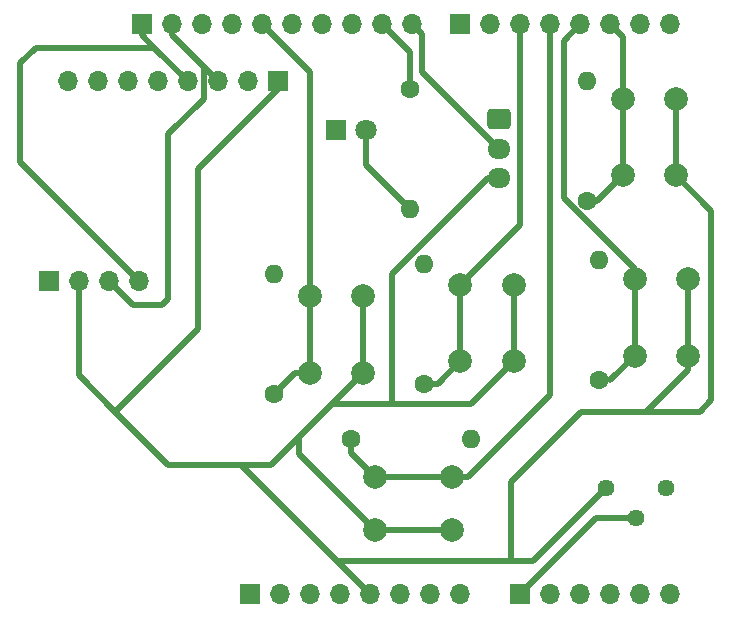
<source format=gbr>
%TF.GenerationSoftware,KiCad,Pcbnew,8.0.8*%
%TF.CreationDate,2025-02-03T13:38:40-07:00*%
%TF.ProjectId,Uno_Shield_ThermoProbe,556e6f5f-5368-4696-956c-645f54686572,rev?*%
%TF.SameCoordinates,Original*%
%TF.FileFunction,Copper,L1,Top*%
%TF.FilePolarity,Positive*%
%FSLAX46Y46*%
G04 Gerber Fmt 4.6, Leading zero omitted, Abs format (unit mm)*
G04 Created by KiCad (PCBNEW 8.0.8) date 2025-02-03 13:38:40*
%MOMM*%
%LPD*%
G01*
G04 APERTURE LIST*
G04 Aperture macros list*
%AMRoundRect*
0 Rectangle with rounded corners*
0 $1 Rounding radius*
0 $2 $3 $4 $5 $6 $7 $8 $9 X,Y pos of 4 corners*
0 Add a 4 corners polygon primitive as box body*
4,1,4,$2,$3,$4,$5,$6,$7,$8,$9,$2,$3,0*
0 Add four circle primitives for the rounded corners*
1,1,$1+$1,$2,$3*
1,1,$1+$1,$4,$5*
1,1,$1+$1,$6,$7*
1,1,$1+$1,$8,$9*
0 Add four rect primitives between the rounded corners*
20,1,$1+$1,$2,$3,$4,$5,0*
20,1,$1+$1,$4,$5,$6,$7,0*
20,1,$1+$1,$6,$7,$8,$9,0*
20,1,$1+$1,$8,$9,$2,$3,0*%
G04 Aperture macros list end*
%TA.AperFunction,ComponentPad*%
%ADD10C,2.000000*%
%TD*%
%TA.AperFunction,ComponentPad*%
%ADD11C,1.440000*%
%TD*%
%TA.AperFunction,ComponentPad*%
%ADD12O,1.600000X1.600000*%
%TD*%
%TA.AperFunction,ComponentPad*%
%ADD13C,1.600000*%
%TD*%
%TA.AperFunction,ComponentPad*%
%ADD14R,1.700000X1.700000*%
%TD*%
%TA.AperFunction,ComponentPad*%
%ADD15O,1.700000X1.700000*%
%TD*%
%TA.AperFunction,ComponentPad*%
%ADD16RoundRect,0.250000X-0.725000X0.600000X-0.725000X-0.600000X0.725000X-0.600000X0.725000X0.600000X0*%
%TD*%
%TA.AperFunction,ComponentPad*%
%ADD17O,1.950000X1.700000*%
%TD*%
%TA.AperFunction,ComponentPad*%
%ADD18R,1.800000X1.800000*%
%TD*%
%TA.AperFunction,ComponentPad*%
%ADD19C,1.800000*%
%TD*%
%TA.AperFunction,Conductor*%
%ADD20C,0.508000*%
%TD*%
G04 APERTURE END LIST*
D10*
%TO.P,SW5,1,A*%
%TO.N,/Button_Light*%
X133000000Y-78750000D03*
X133000000Y-72250000D03*
%TO.P,SW5,2,B*%
%TO.N,+5V*%
X137500000Y-78750000D03*
X137500000Y-72250000D03*
%TD*%
%TO.P,SW4,1,A*%
%TO.N,/Button_OnOff*%
X138500000Y-87500000D03*
X145000000Y-87500000D03*
%TO.P,SW4,2,B*%
%TO.N,+5V*%
X138500000Y-92000000D03*
X145000000Y-92000000D03*
%TD*%
%TO.P,SW3,1,A*%
%TO.N,/Button_Units*%
X145750000Y-77750000D03*
X145750000Y-71250000D03*
%TO.P,SW3,2,B*%
%TO.N,+5V*%
X150250000Y-77750000D03*
X150250000Y-71250000D03*
%TD*%
%TO.P,SW2,2,B*%
%TO.N,+5V*%
X164000000Y-55500000D03*
X164000000Y-62000000D03*
%TO.P,SW2,1,A*%
%TO.N,/Button_Cal*%
X159500000Y-55500000D03*
X159500000Y-62000000D03*
%TD*%
%TO.P,SW1,2,B*%
%TO.N,+5V*%
X165000000Y-70750000D03*
X165000000Y-77250000D03*
%TO.P,SW1,1,A*%
%TO.N,/Button_Lock*%
X160500000Y-70750000D03*
X160500000Y-77250000D03*
%TD*%
D11*
%TO.P,RV1,1,1*%
%TO.N,+5V*%
X158080000Y-88460000D03*
%TO.P,RV1,2,2*%
%TO.N,/Temp_POT*%
X160620000Y-91000000D03*
%TO.P,RV1,3,3*%
%TO.N,GND*%
X163160000Y-88460000D03*
%TD*%
D12*
%TO.P,R6,2*%
%TO.N,GND*%
X130000000Y-70340000D03*
D13*
%TO.P,R6,1*%
%TO.N,/Button_Light*%
X130000000Y-80500000D03*
%TD*%
%TO.P,R5,1*%
%TO.N,/Button_OnOff*%
X136530000Y-84360000D03*
D12*
%TO.P,R5,2*%
%TO.N,GND*%
X146690000Y-84360000D03*
%TD*%
D13*
%TO.P,R4,1*%
%TO.N,/Button_Units*%
X142660000Y-79640000D03*
D12*
%TO.P,R4,2*%
%TO.N,GND*%
X142660000Y-69480000D03*
%TD*%
%TO.P,R3,2*%
%TO.N,GND*%
X156500000Y-54000000D03*
D13*
%TO.P,R3,1*%
%TO.N,/Button_Cal*%
X156500000Y-64160000D03*
%TD*%
D12*
%TO.P,R2,2*%
%TO.N,GND*%
X157500000Y-69170000D03*
D13*
%TO.P,R2,1*%
%TO.N,/Button_Lock*%
X157500000Y-79330000D03*
%TD*%
%TO.P,R1,1*%
%TO.N,/LED_Backlight*%
X141500000Y-54670000D03*
D12*
%TO.P,R1,2*%
%TO.N,Net-(D1-A)*%
X141500000Y-64830000D03*
%TD*%
D14*
%TO.P,J7,1,Pin_1*%
%TO.N,GND*%
X110880000Y-70900000D03*
D15*
%TO.P,J7,2,Pin_2*%
%TO.N,+5V*%
X113420000Y-70900000D03*
%TO.P,J7,3,Pin_3*%
%TO.N,/I2C_SCL*%
X115960000Y-70900000D03*
%TO.P,J7,4,Pin_4*%
%TO.N,/I2C_SDA*%
X118500000Y-70900000D03*
%TD*%
D16*
%TO.P,J5,1,Pin_1*%
%TO.N,GND*%
X149000000Y-57250000D03*
D17*
%TO.P,J5,2,Pin_2*%
%TO.N,/Temp_Sensor*%
X149000000Y-59750000D03*
%TO.P,J5,3,Pin_3*%
%TO.N,+5V*%
X149000000Y-62250000D03*
%TD*%
D18*
%TO.P,D1,1,K*%
%TO.N,GND*%
X135225000Y-58170000D03*
D19*
%TO.P,D1,2,A*%
%TO.N,Net-(D1-A)*%
X137765000Y-58170000D03*
%TD*%
D14*
%TO.P,J1,1,Pin_1*%
%TO.N,unconnected-(J1-Pin_1-Pad1)*%
X127940000Y-97460000D03*
D15*
%TO.P,J1,2,Pin_2*%
%TO.N,/IOREF*%
X130480000Y-97460000D03*
%TO.P,J1,3,Pin_3*%
%TO.N,/~{RESET}*%
X133020000Y-97460000D03*
%TO.P,J1,4,Pin_4*%
%TO.N,+3V3*%
X135560000Y-97460000D03*
%TO.P,J1,5,Pin_5*%
%TO.N,+5V*%
X138100000Y-97460000D03*
%TO.P,J1,6,Pin_6*%
%TO.N,GND*%
X140640000Y-97460000D03*
%TO.P,J1,7,Pin_7*%
X143180000Y-97460000D03*
%TO.P,J1,8,Pin_8*%
%TO.N,VCC*%
X145720000Y-97460000D03*
%TD*%
D14*
%TO.P,J3,1,Pin_1*%
%TO.N,/Temp_POT*%
X150800000Y-97460000D03*
D15*
%TO.P,J3,2,Pin_2*%
%TO.N,/A1*%
X153340000Y-97460000D03*
%TO.P,J3,3,Pin_3*%
%TO.N,/A2*%
X155880000Y-97460000D03*
%TO.P,J3,4,Pin_4*%
%TO.N,/A3*%
X158420000Y-97460000D03*
%TO.P,J3,5,Pin_5*%
%TO.N,/SDA{slash}A4*%
X160960000Y-97460000D03*
%TO.P,J3,6,Pin_6*%
%TO.N,/SCL{slash}A5*%
X163500000Y-97460000D03*
%TD*%
%TO.P,J2,10,Pin_10*%
%TO.N,/Temp_Sensor*%
X141656000Y-49200000D03*
%TO.P,J2,9,Pin_9*%
%TO.N,/LED_Backlight*%
X139116000Y-49200000D03*
%TO.P,J2,8,Pin_8*%
%TO.N,/\u002A10*%
X136576000Y-49200000D03*
%TO.P,J2,7,Pin_7*%
%TO.N,/\u002A11*%
X134036000Y-49200000D03*
%TO.P,J2,6,Pin_6*%
%TO.N,/12*%
X131496000Y-49200000D03*
%TO.P,J2,5,Pin_5*%
%TO.N,/Button_Light*%
X128956000Y-49200000D03*
%TO.P,J2,4,Pin_4*%
%TO.N,GND*%
X126416000Y-49200000D03*
%TO.P,J2,3,Pin_3*%
%TO.N,/AREF*%
X123876000Y-49200000D03*
%TO.P,J2,2,Pin_2*%
%TO.N,/I2C_SCL*%
X121336000Y-49200000D03*
D14*
%TO.P,J2,1,Pin_1*%
%TO.N,/I2C_SDA*%
X118796000Y-49200000D03*
%TD*%
D15*
%TO.P,J4,8,Pin_8*%
%TO.N,/RX{slash}0*%
X163500000Y-49200000D03*
%TO.P,J4,7,Pin_7*%
%TO.N,/TX{slash}1*%
X160960000Y-49200000D03*
%TO.P,J4,6,Pin_6*%
%TO.N,/Button_Cal*%
X158420000Y-49200000D03*
%TO.P,J4,5,Pin_5*%
%TO.N,/Button_Lock*%
X155880000Y-49200000D03*
%TO.P,J4,4,Pin_4*%
%TO.N,/Button_OnOff*%
X153340000Y-49200000D03*
%TO.P,J4,3,Pin_3*%
%TO.N,/Button_Units*%
X150800000Y-49200000D03*
%TO.P,J4,2,Pin_2*%
%TO.N,unconnected-(J4-Pin_2-Pad2)*%
X148260000Y-49200000D03*
D14*
%TO.P,J4,1,Pin_1*%
%TO.N,/7*%
X145720000Y-49200000D03*
%TD*%
%TO.P,J6,1,Pin_1*%
%TO.N,+5V*%
X130290000Y-54025000D03*
D15*
%TO.P,J6,2,Pin_2*%
%TO.N,GND*%
X127750000Y-54025000D03*
%TO.P,J6,3,Pin_3*%
%TO.N,/I2C_SCL*%
X125210000Y-54025000D03*
%TO.P,J6,4,Pin_4*%
%TO.N,/I2C_SDA*%
X122670000Y-54025000D03*
%TO.P,J6,5,Pin_5*%
%TO.N,unconnected-(J6-Pin_5-Pad5)*%
X120130000Y-54025000D03*
%TO.P,J6,6,Pin_6*%
%TO.N,unconnected-(J6-Pin_6-Pad6)*%
X117590000Y-54025000D03*
%TO.P,J6,7,Pin_7*%
%TO.N,unconnected-(J6-Pin_7-Pad7)*%
X115050000Y-54025000D03*
%TO.P,J6,8,Pin_8*%
%TO.N,unconnected-(J6-Pin_8-Pad8)*%
X112510000Y-54025000D03*
%TD*%
D20*
%TO.N,+5V*%
X167000000Y-65000000D02*
X164000000Y-62000000D01*
X167000000Y-81000000D02*
X167000000Y-65000000D01*
X166000000Y-82000000D02*
X167000000Y-81000000D01*
X161500000Y-82000000D02*
X166000000Y-82000000D01*
%TO.N,/Button_Lock*%
X154500000Y-50580000D02*
X155880000Y-49200000D01*
X160500000Y-69933424D02*
X154500000Y-63933424D01*
X160500000Y-70750000D02*
X160500000Y-69933424D01*
X154500000Y-63933424D02*
X154500000Y-50580000D01*
%TO.N,+5V*%
X165000000Y-78500000D02*
X161500000Y-82000000D01*
X165000000Y-77250000D02*
X165000000Y-78500000D01*
%TO.N,/Button_Cal*%
X159500000Y-50280000D02*
X158420000Y-49200000D01*
X159500000Y-55500000D02*
X159500000Y-50280000D01*
%TO.N,+5V*%
X148116576Y-62250000D02*
X149000000Y-62250000D01*
X140000000Y-81375000D02*
X140000000Y-70366576D01*
X140000000Y-81375000D02*
X146625000Y-81375000D01*
X140000000Y-70366576D02*
X148116576Y-62250000D01*
X134875000Y-81375000D02*
X140000000Y-81375000D01*
X156000000Y-82000000D02*
X161500000Y-82000000D01*
X150000000Y-88000000D02*
X156000000Y-82000000D01*
X150000000Y-94680000D02*
X151860000Y-94680000D01*
X150000000Y-94680000D02*
X150000000Y-88000000D01*
X135320000Y-94680000D02*
X150000000Y-94680000D01*
X135320000Y-94680000D02*
X138100000Y-97460000D01*
X151860000Y-94680000D02*
X158080000Y-88460000D01*
X127140000Y-86500000D02*
X135320000Y-94680000D01*
X132125000Y-85625000D02*
X138500000Y-92000000D01*
X132125000Y-84125000D02*
X134875000Y-81375000D01*
X129750000Y-86500000D02*
X132125000Y-84125000D01*
X132125000Y-84125000D02*
X132125000Y-85625000D01*
X146625000Y-81375000D02*
X150250000Y-77750000D01*
X134875000Y-81375000D02*
X137500000Y-78750000D01*
X124000000Y-86500000D02*
X129750000Y-86500000D01*
X124000000Y-86500000D02*
X127140000Y-86500000D01*
X121000000Y-86500000D02*
X124000000Y-86500000D01*
X116500000Y-82000000D02*
X121000000Y-86500000D01*
X123500000Y-75000000D02*
X116500000Y-82000000D01*
X113420000Y-78920000D02*
X116500000Y-82000000D01*
X130290000Y-54710000D02*
X123500000Y-61500000D01*
X123500000Y-61500000D02*
X123500000Y-75000000D01*
X130290000Y-54025000D02*
X130290000Y-54710000D01*
%TO.N,/I2C_SCL*%
X124000000Y-53000000D02*
X124092500Y-52907500D01*
X124000000Y-55500000D02*
X124000000Y-53000000D01*
X121000000Y-58500000D02*
X124000000Y-55500000D01*
X121000000Y-72500000D02*
X121000000Y-58500000D01*
X120500000Y-73000000D02*
X121000000Y-72500000D01*
X118060000Y-73000000D02*
X120500000Y-73000000D01*
X115960000Y-70900000D02*
X118060000Y-73000000D01*
%TO.N,+5V*%
X113420000Y-70900000D02*
X113420000Y-78920000D01*
%TO.N,/I2C_SCL*%
X125210000Y-54025000D02*
X124092500Y-52907500D01*
X124092500Y-52907500D02*
X121336000Y-50151000D01*
%TO.N,/I2C_SDA*%
X108500000Y-52500000D02*
X109822500Y-51177500D01*
X122670000Y-54025000D02*
X119822500Y-51177500D01*
X109822500Y-51177500D02*
X119822500Y-51177500D01*
X108500000Y-60900000D02*
X108500000Y-52500000D01*
X118500000Y-70900000D02*
X108500000Y-60900000D01*
X119822500Y-51177500D02*
X118796000Y-50151000D01*
%TO.N,/I2C_SCL*%
X121336000Y-50151000D02*
X121336000Y-49200000D01*
%TO.N,/I2C_SDA*%
X118796000Y-50151000D02*
X118796000Y-49200000D01*
%TO.N,/Button_OnOff*%
X153340000Y-80574213D02*
X153340000Y-49200000D01*
X146414213Y-87500000D02*
X153340000Y-80574213D01*
X145000000Y-87500000D02*
X146414213Y-87500000D01*
%TO.N,/Button_Units*%
X145750000Y-71250000D02*
X150800000Y-66200000D01*
X150800000Y-66200000D02*
X150800000Y-49200000D01*
%TO.N,/Button_OnOff*%
X136530000Y-84360000D02*
X136530000Y-85530000D01*
X136530000Y-85530000D02*
X138500000Y-87500000D01*
%TO.N,/Button_Cal*%
X157340000Y-64160000D02*
X159500000Y-62000000D01*
%TO.N,/Button_Lock*%
X158420000Y-79330000D02*
X160500000Y-77250000D01*
%TO.N,/Button_Units*%
X143860000Y-79640000D02*
X145750000Y-77750000D01*
X142660000Y-79640000D02*
X143860000Y-79640000D01*
%TO.N,/Button_Light*%
X131750000Y-78750000D02*
X130000000Y-80500000D01*
X133000000Y-78750000D02*
X131750000Y-78750000D01*
X133000000Y-53244000D02*
X128956000Y-49200000D01*
X133000000Y-72250000D02*
X133000000Y-53244000D01*
%TO.N,/Temp_POT*%
X157260000Y-91000000D02*
X150800000Y-97460000D01*
X160620000Y-91000000D02*
X157260000Y-91000000D01*
%TO.N,/Button_Light*%
X133000000Y-73000000D02*
X133000000Y-71780000D01*
%TO.N,+5V*%
X145000000Y-92000000D02*
X138500000Y-92000000D01*
%TO.N,/Button_OnOff*%
X145000000Y-87500000D02*
X138500000Y-87500000D01*
%TO.N,+5V*%
X137500000Y-72250000D02*
X137500000Y-78750000D01*
%TO.N,/Button_Light*%
X133000000Y-72250000D02*
X133000000Y-78750000D01*
%TO.N,/Button_Units*%
X145750000Y-71250000D02*
X145750000Y-77750000D01*
%TO.N,+5V*%
X150250000Y-71250000D02*
X150250000Y-77750000D01*
X165000000Y-70750000D02*
X165000000Y-77250000D01*
%TO.N,/Button_Lock*%
X160500000Y-70750000D02*
X160500000Y-77250000D01*
%TO.N,+5V*%
X164000000Y-55500000D02*
X164000000Y-62000000D01*
%TO.N,/Button_Cal*%
X159500000Y-55500000D02*
X159500000Y-62000000D01*
%TO.N,/Temp_Sensor*%
X142506000Y-50050000D02*
X141656000Y-49200000D01*
X142506000Y-53256000D02*
X142506000Y-50050000D01*
X149000000Y-59750000D02*
X142506000Y-53256000D01*
%TO.N,/LED_Backlight*%
X141500000Y-51584000D02*
X139116000Y-49200000D01*
X141500000Y-54670000D02*
X141500000Y-51584000D01*
%TO.N,Net-(D1-A)*%
X137765000Y-61095000D02*
X141500000Y-64830000D01*
X137765000Y-58170000D02*
X137765000Y-61095000D01*
%TD*%
M02*

</source>
